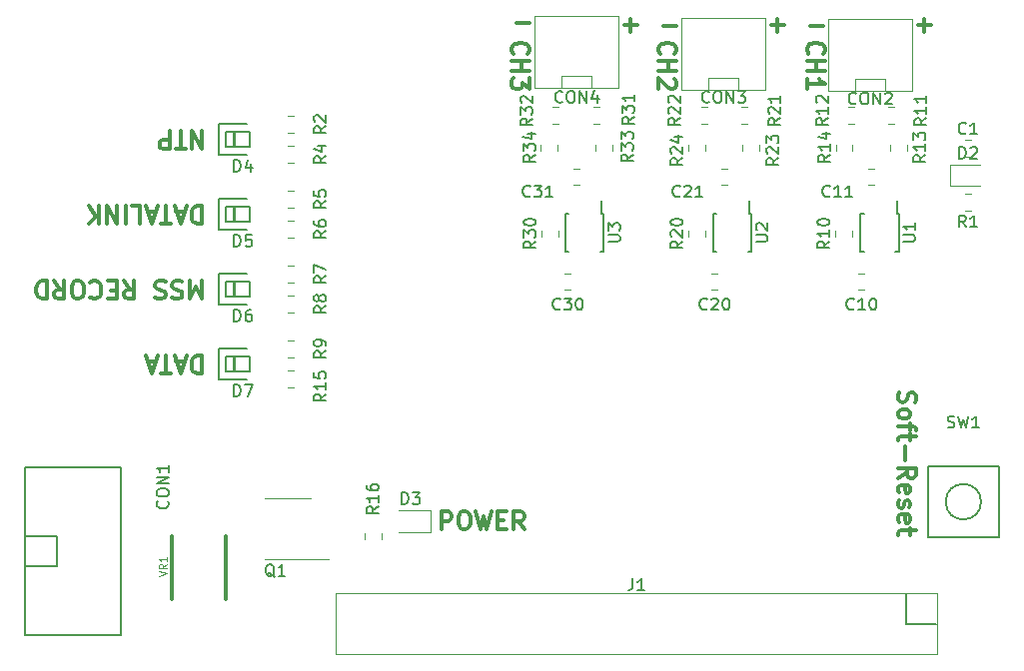
<source format=gto>
G04 #@! TF.GenerationSoftware,KiCad,Pcbnew,5.1.6-c6e7f7d~87~ubuntu18.04.1*
G04 #@! TF.CreationDate,2021-04-28T11:05:25+02:00*
G04 #@! TF.ProjectId,MSS,4d53532e-6b69-4636-9164-5f7063625858,2.0*
G04 #@! TF.SameCoordinates,Original*
G04 #@! TF.FileFunction,Legend,Top*
G04 #@! TF.FilePolarity,Positive*
%FSLAX46Y46*%
G04 Gerber Fmt 4.6, Leading zero omitted, Abs format (unit mm)*
G04 Created by KiCad (PCBNEW 5.1.6-c6e7f7d~87~ubuntu18.04.1) date 2021-04-28 11:05:25*
%MOMM*%
%LPD*%
G01*
G04 APERTURE LIST*
%ADD10C,0.300000*%
%ADD11C,0.150000*%
%ADD12C,0.120000*%
%ADD13C,0.125000*%
G04 APERTURE END LIST*
D10*
X115966714Y-104493571D02*
X115966714Y-102993571D01*
X116538142Y-102993571D01*
X116681000Y-103065000D01*
X116752428Y-103136428D01*
X116823857Y-103279285D01*
X116823857Y-103493571D01*
X116752428Y-103636428D01*
X116681000Y-103707857D01*
X116538142Y-103779285D01*
X115966714Y-103779285D01*
X117752428Y-102993571D02*
X118038142Y-102993571D01*
X118181000Y-103065000D01*
X118323857Y-103207857D01*
X118395285Y-103493571D01*
X118395285Y-103993571D01*
X118323857Y-104279285D01*
X118181000Y-104422142D01*
X118038142Y-104493571D01*
X117752428Y-104493571D01*
X117609571Y-104422142D01*
X117466714Y-104279285D01*
X117395285Y-103993571D01*
X117395285Y-103493571D01*
X117466714Y-103207857D01*
X117609571Y-103065000D01*
X117752428Y-102993571D01*
X118895285Y-102993571D02*
X119252428Y-104493571D01*
X119538142Y-103422142D01*
X119823857Y-104493571D01*
X120181000Y-102993571D01*
X120752428Y-103707857D02*
X121252428Y-103707857D01*
X121466714Y-104493571D02*
X120752428Y-104493571D01*
X120752428Y-102993571D01*
X121466714Y-102993571D01*
X122966714Y-104493571D02*
X122466714Y-103779285D01*
X122109571Y-104493571D02*
X122109571Y-102993571D01*
X122681000Y-102993571D01*
X122823857Y-103065000D01*
X122895285Y-103136428D01*
X122966714Y-103279285D01*
X122966714Y-103493571D01*
X122895285Y-103636428D01*
X122823857Y-103707857D01*
X122681000Y-103779285D01*
X122109571Y-103779285D01*
X95637857Y-89801428D02*
X95637857Y-91301428D01*
X95280714Y-91301428D01*
X95066428Y-91230000D01*
X94923571Y-91087142D01*
X94852142Y-90944285D01*
X94780714Y-90658571D01*
X94780714Y-90444285D01*
X94852142Y-90158571D01*
X94923571Y-90015714D01*
X95066428Y-89872857D01*
X95280714Y-89801428D01*
X95637857Y-89801428D01*
X94209285Y-90230000D02*
X93495000Y-90230000D01*
X94352142Y-89801428D02*
X93852142Y-91301428D01*
X93352142Y-89801428D01*
X93066428Y-91301428D02*
X92209285Y-91301428D01*
X92637857Y-89801428D02*
X92637857Y-91301428D01*
X91780714Y-90230000D02*
X91066428Y-90230000D01*
X91923571Y-89801428D02*
X91423571Y-91301428D01*
X90923571Y-89801428D01*
X95637857Y-83451428D02*
X95637857Y-84951428D01*
X95137857Y-83880000D01*
X94637857Y-84951428D01*
X94637857Y-83451428D01*
X93995000Y-83522857D02*
X93780714Y-83451428D01*
X93423571Y-83451428D01*
X93280714Y-83522857D01*
X93209285Y-83594285D01*
X93137857Y-83737142D01*
X93137857Y-83880000D01*
X93209285Y-84022857D01*
X93280714Y-84094285D01*
X93423571Y-84165714D01*
X93709285Y-84237142D01*
X93852142Y-84308571D01*
X93923571Y-84380000D01*
X93995000Y-84522857D01*
X93995000Y-84665714D01*
X93923571Y-84808571D01*
X93852142Y-84880000D01*
X93709285Y-84951428D01*
X93352142Y-84951428D01*
X93137857Y-84880000D01*
X92566428Y-83522857D02*
X92352142Y-83451428D01*
X91995000Y-83451428D01*
X91852142Y-83522857D01*
X91780714Y-83594285D01*
X91709285Y-83737142D01*
X91709285Y-83880000D01*
X91780714Y-84022857D01*
X91852142Y-84094285D01*
X91995000Y-84165714D01*
X92280714Y-84237142D01*
X92423571Y-84308571D01*
X92495000Y-84380000D01*
X92566428Y-84522857D01*
X92566428Y-84665714D01*
X92495000Y-84808571D01*
X92423571Y-84880000D01*
X92280714Y-84951428D01*
X91923571Y-84951428D01*
X91709285Y-84880000D01*
X89066428Y-83451428D02*
X89566428Y-84165714D01*
X89923571Y-83451428D02*
X89923571Y-84951428D01*
X89352142Y-84951428D01*
X89209285Y-84880000D01*
X89137857Y-84808571D01*
X89066428Y-84665714D01*
X89066428Y-84451428D01*
X89137857Y-84308571D01*
X89209285Y-84237142D01*
X89352142Y-84165714D01*
X89923571Y-84165714D01*
X88423571Y-84237142D02*
X87923571Y-84237142D01*
X87709285Y-83451428D02*
X88423571Y-83451428D01*
X88423571Y-84951428D01*
X87709285Y-84951428D01*
X86209285Y-83594285D02*
X86280714Y-83522857D01*
X86495000Y-83451428D01*
X86637857Y-83451428D01*
X86852142Y-83522857D01*
X86995000Y-83665714D01*
X87066428Y-83808571D01*
X87137857Y-84094285D01*
X87137857Y-84308571D01*
X87066428Y-84594285D01*
X86995000Y-84737142D01*
X86852142Y-84880000D01*
X86637857Y-84951428D01*
X86495000Y-84951428D01*
X86280714Y-84880000D01*
X86209285Y-84808571D01*
X85280714Y-84951428D02*
X84995000Y-84951428D01*
X84852142Y-84880000D01*
X84709285Y-84737142D01*
X84637857Y-84451428D01*
X84637857Y-83951428D01*
X84709285Y-83665714D01*
X84852142Y-83522857D01*
X84995000Y-83451428D01*
X85280714Y-83451428D01*
X85423571Y-83522857D01*
X85566428Y-83665714D01*
X85637857Y-83951428D01*
X85637857Y-84451428D01*
X85566428Y-84737142D01*
X85423571Y-84880000D01*
X85280714Y-84951428D01*
X83137857Y-83451428D02*
X83637857Y-84165714D01*
X83995000Y-83451428D02*
X83995000Y-84951428D01*
X83423571Y-84951428D01*
X83280714Y-84880000D01*
X83209285Y-84808571D01*
X83137857Y-84665714D01*
X83137857Y-84451428D01*
X83209285Y-84308571D01*
X83280714Y-84237142D01*
X83423571Y-84165714D01*
X83995000Y-84165714D01*
X82495000Y-83451428D02*
X82495000Y-84951428D01*
X82137857Y-84951428D01*
X81923571Y-84880000D01*
X81780714Y-84737142D01*
X81709285Y-84594285D01*
X81637857Y-84308571D01*
X81637857Y-84094285D01*
X81709285Y-83808571D01*
X81780714Y-83665714D01*
X81923571Y-83522857D01*
X82137857Y-83451428D01*
X82495000Y-83451428D01*
X95637857Y-77101428D02*
X95637857Y-78601428D01*
X95280714Y-78601428D01*
X95066428Y-78530000D01*
X94923571Y-78387142D01*
X94852142Y-78244285D01*
X94780714Y-77958571D01*
X94780714Y-77744285D01*
X94852142Y-77458571D01*
X94923571Y-77315714D01*
X95066428Y-77172857D01*
X95280714Y-77101428D01*
X95637857Y-77101428D01*
X94209285Y-77530000D02*
X93495000Y-77530000D01*
X94352142Y-77101428D02*
X93852142Y-78601428D01*
X93352142Y-77101428D01*
X93066428Y-78601428D02*
X92209285Y-78601428D01*
X92637857Y-77101428D02*
X92637857Y-78601428D01*
X91780714Y-77530000D02*
X91066428Y-77530000D01*
X91923571Y-77101428D02*
X91423571Y-78601428D01*
X90923571Y-77101428D01*
X89709285Y-77101428D02*
X90423571Y-77101428D01*
X90423571Y-78601428D01*
X89209285Y-77101428D02*
X89209285Y-78601428D01*
X88495000Y-77101428D02*
X88495000Y-78601428D01*
X87637857Y-77101428D01*
X87637857Y-78601428D01*
X86923571Y-77101428D02*
X86923571Y-78601428D01*
X86066428Y-77101428D02*
X86709285Y-77958571D01*
X86066428Y-78601428D02*
X86923571Y-77744285D01*
X95637857Y-70751428D02*
X95637857Y-72251428D01*
X94780714Y-70751428D01*
X94780714Y-72251428D01*
X94280714Y-72251428D02*
X93423571Y-72251428D01*
X93852142Y-70751428D02*
X93852142Y-72251428D01*
X92923571Y-70751428D02*
X92923571Y-72251428D01*
X92352142Y-72251428D01*
X92209285Y-72180000D01*
X92137857Y-72108571D01*
X92066428Y-71965714D01*
X92066428Y-71751428D01*
X92137857Y-71608571D01*
X92209285Y-71537142D01*
X92352142Y-71465714D01*
X92923571Y-71465714D01*
X154764857Y-92897714D02*
X154693428Y-93112000D01*
X154693428Y-93469142D01*
X154764857Y-93612000D01*
X154836285Y-93683428D01*
X154979142Y-93754857D01*
X155122000Y-93754857D01*
X155264857Y-93683428D01*
X155336285Y-93612000D01*
X155407714Y-93469142D01*
X155479142Y-93183428D01*
X155550571Y-93040571D01*
X155622000Y-92969142D01*
X155764857Y-92897714D01*
X155907714Y-92897714D01*
X156050571Y-92969142D01*
X156122000Y-93040571D01*
X156193428Y-93183428D01*
X156193428Y-93540571D01*
X156122000Y-93754857D01*
X154693428Y-94612000D02*
X154764857Y-94469142D01*
X154836285Y-94397714D01*
X154979142Y-94326285D01*
X155407714Y-94326285D01*
X155550571Y-94397714D01*
X155622000Y-94469142D01*
X155693428Y-94612000D01*
X155693428Y-94826285D01*
X155622000Y-94969142D01*
X155550571Y-95040571D01*
X155407714Y-95112000D01*
X154979142Y-95112000D01*
X154836285Y-95040571D01*
X154764857Y-94969142D01*
X154693428Y-94826285D01*
X154693428Y-94612000D01*
X155693428Y-95540571D02*
X155693428Y-96112000D01*
X154693428Y-95754857D02*
X155979142Y-95754857D01*
X156122000Y-95826285D01*
X156193428Y-95969142D01*
X156193428Y-96112000D01*
X155693428Y-96397714D02*
X155693428Y-96969142D01*
X156193428Y-96612000D02*
X154907714Y-96612000D01*
X154764857Y-96683428D01*
X154693428Y-96826285D01*
X154693428Y-96969142D01*
X155264857Y-97469142D02*
X155264857Y-98612000D01*
X154693428Y-100183428D02*
X155407714Y-99683428D01*
X154693428Y-99326285D02*
X156193428Y-99326285D01*
X156193428Y-99897714D01*
X156122000Y-100040571D01*
X156050571Y-100112000D01*
X155907714Y-100183428D01*
X155693428Y-100183428D01*
X155550571Y-100112000D01*
X155479142Y-100040571D01*
X155407714Y-99897714D01*
X155407714Y-99326285D01*
X154764857Y-101397714D02*
X154693428Y-101254857D01*
X154693428Y-100969142D01*
X154764857Y-100826285D01*
X154907714Y-100754857D01*
X155479142Y-100754857D01*
X155622000Y-100826285D01*
X155693428Y-100969142D01*
X155693428Y-101254857D01*
X155622000Y-101397714D01*
X155479142Y-101469142D01*
X155336285Y-101469142D01*
X155193428Y-100754857D01*
X154764857Y-102040571D02*
X154693428Y-102183428D01*
X154693428Y-102469142D01*
X154764857Y-102612000D01*
X154907714Y-102683428D01*
X154979142Y-102683428D01*
X155122000Y-102612000D01*
X155193428Y-102469142D01*
X155193428Y-102254857D01*
X155264857Y-102112000D01*
X155407714Y-102040571D01*
X155479142Y-102040571D01*
X155622000Y-102112000D01*
X155693428Y-102254857D01*
X155693428Y-102469142D01*
X155622000Y-102612000D01*
X154764857Y-103897714D02*
X154693428Y-103754857D01*
X154693428Y-103469142D01*
X154764857Y-103326285D01*
X154907714Y-103254857D01*
X155479142Y-103254857D01*
X155622000Y-103326285D01*
X155693428Y-103469142D01*
X155693428Y-103754857D01*
X155622000Y-103897714D01*
X155479142Y-103969142D01*
X155336285Y-103969142D01*
X155193428Y-103254857D01*
X155693428Y-104397714D02*
X155693428Y-104969142D01*
X156193428Y-104612000D02*
X154907714Y-104612000D01*
X154764857Y-104683428D01*
X154693428Y-104826285D01*
X154693428Y-104969142D01*
X122070285Y-64171285D02*
X121998857Y-64099857D01*
X121927428Y-63885571D01*
X121927428Y-63742714D01*
X121998857Y-63528428D01*
X122141714Y-63385571D01*
X122284571Y-63314142D01*
X122570285Y-63242714D01*
X122784571Y-63242714D01*
X123070285Y-63314142D01*
X123213142Y-63385571D01*
X123356000Y-63528428D01*
X123427428Y-63742714D01*
X123427428Y-63885571D01*
X123356000Y-64099857D01*
X123284571Y-64171285D01*
X121927428Y-64814142D02*
X123427428Y-64814142D01*
X122713142Y-64814142D02*
X122713142Y-65671285D01*
X121927428Y-65671285D02*
X123427428Y-65671285D01*
X123427428Y-66242714D02*
X123427428Y-67171285D01*
X122856000Y-66671285D01*
X122856000Y-66885571D01*
X122784571Y-67028428D01*
X122713142Y-67099857D01*
X122570285Y-67171285D01*
X122213142Y-67171285D01*
X122070285Y-67099857D01*
X121998857Y-67028428D01*
X121927428Y-66885571D01*
X121927428Y-66457000D01*
X121998857Y-66314142D01*
X122070285Y-66242714D01*
X134516285Y-64171285D02*
X134444857Y-64099857D01*
X134373428Y-63885571D01*
X134373428Y-63742714D01*
X134444857Y-63528428D01*
X134587714Y-63385571D01*
X134730571Y-63314142D01*
X135016285Y-63242714D01*
X135230571Y-63242714D01*
X135516285Y-63314142D01*
X135659142Y-63385571D01*
X135802000Y-63528428D01*
X135873428Y-63742714D01*
X135873428Y-63885571D01*
X135802000Y-64099857D01*
X135730571Y-64171285D01*
X134373428Y-64814142D02*
X135873428Y-64814142D01*
X135159142Y-64814142D02*
X135159142Y-65671285D01*
X134373428Y-65671285D02*
X135873428Y-65671285D01*
X135730571Y-66314142D02*
X135802000Y-66385571D01*
X135873428Y-66528428D01*
X135873428Y-66885571D01*
X135802000Y-67028428D01*
X135730571Y-67099857D01*
X135587714Y-67171285D01*
X135444857Y-67171285D01*
X135230571Y-67099857D01*
X134373428Y-66242714D01*
X134373428Y-67171285D01*
X147089285Y-64171285D02*
X147017857Y-64099857D01*
X146946428Y-63885571D01*
X146946428Y-63742714D01*
X147017857Y-63528428D01*
X147160714Y-63385571D01*
X147303571Y-63314142D01*
X147589285Y-63242714D01*
X147803571Y-63242714D01*
X148089285Y-63314142D01*
X148232142Y-63385571D01*
X148375000Y-63528428D01*
X148446428Y-63742714D01*
X148446428Y-63885571D01*
X148375000Y-64099857D01*
X148303571Y-64171285D01*
X146946428Y-64814142D02*
X148446428Y-64814142D01*
X147732142Y-64814142D02*
X147732142Y-65671285D01*
X146946428Y-65671285D02*
X148446428Y-65671285D01*
X146946428Y-67171285D02*
X146946428Y-66314142D01*
X146946428Y-66742714D02*
X148446428Y-66742714D01*
X148232142Y-66599857D01*
X148089285Y-66457000D01*
X148017857Y-66314142D01*
X123431428Y-61543857D02*
X122288571Y-61543857D01*
X135877428Y-61783857D02*
X134734571Y-61783857D01*
X148323428Y-61783857D02*
X147180571Y-61783857D01*
X156324571Y-61758142D02*
X157467428Y-61758142D01*
X156896000Y-62329571D02*
X156896000Y-61186714D01*
X143878571Y-61758142D02*
X145021428Y-61758142D01*
X144450000Y-62329571D02*
X144450000Y-61186714D01*
X131432571Y-61758142D02*
X132575428Y-61758142D01*
X132004000Y-62329571D02*
X132004000Y-61186714D01*
X97714000Y-110419000D02*
X97714000Y-105085000D01*
X93142000Y-110419000D02*
X93142000Y-105085000D01*
D11*
X161698000Y-102164000D02*
G75*
G03*
X161698000Y-102164000I-1500000J0D01*
G01*
X163198000Y-99164000D02*
X163198000Y-105164000D01*
X163198000Y-105164000D02*
X157198000Y-105164000D01*
X157198000Y-105164000D02*
X157198000Y-99164000D01*
X157198000Y-99164000D02*
X163198000Y-99164000D01*
X97130000Y-85430000D02*
X99430000Y-85430000D01*
X97130000Y-82830000D02*
X97130000Y-85430000D01*
X99430000Y-82830000D02*
X97130000Y-82830000D01*
X97730000Y-83480000D02*
X99730000Y-83480000D01*
X99730000Y-83480000D02*
X99730000Y-84780000D01*
X97730000Y-84780000D02*
X99730000Y-84780000D01*
X97730000Y-83480000D02*
X97730000Y-84780000D01*
X98330000Y-83480000D02*
X98330000Y-84780000D01*
X98430000Y-83480000D02*
X98430000Y-84780000D01*
X97130000Y-72730000D02*
X99430000Y-72730000D01*
X97130000Y-70130000D02*
X97130000Y-72730000D01*
X99430000Y-70130000D02*
X97130000Y-70130000D01*
X97730000Y-70780000D02*
X99730000Y-70780000D01*
X99730000Y-70780000D02*
X99730000Y-72080000D01*
X97730000Y-72080000D02*
X99730000Y-72080000D01*
X97730000Y-70780000D02*
X97730000Y-72080000D01*
X98330000Y-70780000D02*
X98330000Y-72080000D01*
X98430000Y-70780000D02*
X98430000Y-72080000D01*
X97130000Y-79080000D02*
X99430000Y-79080000D01*
X97130000Y-76480000D02*
X97130000Y-79080000D01*
X99430000Y-76480000D02*
X97130000Y-76480000D01*
X97730000Y-77130000D02*
X99730000Y-77130000D01*
X99730000Y-77130000D02*
X99730000Y-78430000D01*
X97730000Y-78430000D02*
X99730000Y-78430000D01*
X97730000Y-77130000D02*
X97730000Y-78430000D01*
X98330000Y-77130000D02*
X98330000Y-78430000D01*
X98430000Y-77130000D02*
X98430000Y-78430000D01*
X97130000Y-91780000D02*
X99430000Y-91780000D01*
X97130000Y-89180000D02*
X97130000Y-91780000D01*
X99430000Y-89180000D02*
X97130000Y-89180000D01*
X97730000Y-89830000D02*
X99730000Y-89830000D01*
X99730000Y-89830000D02*
X99730000Y-91130000D01*
X97730000Y-91130000D02*
X99730000Y-91130000D01*
X97730000Y-89830000D02*
X97730000Y-91130000D01*
X98330000Y-89830000D02*
X98330000Y-91130000D01*
X98430000Y-89830000D02*
X98430000Y-91130000D01*
X88828000Y-113465000D02*
X88828000Y-99245000D01*
X88828000Y-113465000D02*
X80698000Y-113465000D01*
X88828000Y-99245000D02*
X80698000Y-99245000D01*
X80696000Y-113465000D02*
X80696000Y-99245000D01*
X83348000Y-107625000D02*
X83348000Y-105085000D01*
X83348000Y-107625000D02*
X80696000Y-107625000D01*
X83348000Y-105085000D02*
X80696000Y-105085000D01*
D12*
X155880000Y-61270000D02*
X148768000Y-61270000D01*
X153594000Y-67366000D02*
X153594000Y-66350000D01*
X155880000Y-67366000D02*
X155880000Y-61270000D01*
X148768000Y-67366000D02*
X155880000Y-67366000D01*
X148768000Y-61270000D02*
X148768000Y-67366000D01*
X151054000Y-66350000D02*
X151054000Y-67366000D01*
X153594000Y-66350000D02*
X151054000Y-66350000D01*
X143434000Y-61143000D02*
X136322000Y-61143000D01*
X141148000Y-67239000D02*
X141148000Y-66223000D01*
X143434000Y-67239000D02*
X143434000Y-61143000D01*
X136322000Y-67239000D02*
X143434000Y-67239000D01*
X136322000Y-61143000D02*
X136322000Y-67239000D01*
X138608000Y-66223000D02*
X138608000Y-67239000D01*
X141148000Y-66223000D02*
X138608000Y-66223000D01*
X130988000Y-61016000D02*
X123876000Y-61016000D01*
X128702000Y-67112000D02*
X128702000Y-66096000D01*
X130988000Y-67112000D02*
X130988000Y-61016000D01*
X123876000Y-67112000D02*
X130988000Y-67112000D01*
X123876000Y-61016000D02*
X123876000Y-67112000D01*
X126162000Y-66096000D02*
X126162000Y-67112000D01*
X128702000Y-66096000D02*
X126162000Y-66096000D01*
X160320422Y-71482000D02*
X160837578Y-71482000D01*
X160320422Y-72902000D02*
X160837578Y-72902000D01*
X151303422Y-82785000D02*
X151820578Y-82785000D01*
X151303422Y-84205000D02*
X151820578Y-84205000D01*
X152663578Y-75324000D02*
X152146422Y-75324000D01*
X152663578Y-73904000D02*
X152146422Y-73904000D01*
X138857422Y-82785000D02*
X139374578Y-82785000D01*
X138857422Y-84205000D02*
X139374578Y-84205000D01*
X140163578Y-75324000D02*
X139646422Y-75324000D01*
X140163578Y-73904000D02*
X139646422Y-73904000D01*
X126411422Y-82785000D02*
X126928578Y-82785000D01*
X126411422Y-84205000D02*
X126928578Y-84205000D01*
X127663578Y-75324000D02*
X127146422Y-75324000D01*
X127663578Y-73904000D02*
X127146422Y-73904000D01*
X160837578Y-77474000D02*
X160320422Y-77474000D01*
X160837578Y-76054000D02*
X160320422Y-76054000D01*
X149328000Y-79689578D02*
X149328000Y-79172422D01*
X150748000Y-79689578D02*
X150748000Y-79172422D01*
X153843422Y-68688000D02*
X154360578Y-68688000D01*
X153843422Y-70108000D02*
X154360578Y-70108000D01*
X150931578Y-70108000D02*
X150414422Y-70108000D01*
X150931578Y-68688000D02*
X150414422Y-68688000D01*
X153995000Y-72372578D02*
X153995000Y-71855422D01*
X155415000Y-72372578D02*
X155415000Y-71855422D01*
X149395000Y-72372578D02*
X149395000Y-71855422D01*
X150815000Y-72372578D02*
X150815000Y-71855422D01*
X136882000Y-79689578D02*
X136882000Y-79172422D01*
X138302000Y-79689578D02*
X138302000Y-79172422D01*
X141397422Y-68688000D02*
X141914578Y-68688000D01*
X141397422Y-70108000D02*
X141914578Y-70108000D01*
X138485578Y-70108000D02*
X137968422Y-70108000D01*
X138485578Y-68688000D02*
X137968422Y-68688000D01*
X141495000Y-72372578D02*
X141495000Y-71855422D01*
X142915000Y-72372578D02*
X142915000Y-71855422D01*
X136895000Y-72372578D02*
X136895000Y-71855422D01*
X138315000Y-72372578D02*
X138315000Y-71855422D01*
X124436000Y-79689578D02*
X124436000Y-79172422D01*
X125856000Y-79689578D02*
X125856000Y-79172422D01*
X128824422Y-68704000D02*
X129341578Y-68704000D01*
X128824422Y-70124000D02*
X129341578Y-70124000D01*
X125912578Y-70124000D02*
X125395422Y-70124000D01*
X125912578Y-68704000D02*
X125395422Y-68704000D01*
X128995000Y-72372578D02*
X128995000Y-71855422D01*
X130415000Y-72372578D02*
X130415000Y-71855422D01*
X124395000Y-72372578D02*
X124395000Y-71855422D01*
X125815000Y-72372578D02*
X125815000Y-71855422D01*
X103433578Y-83570000D02*
X102916422Y-83570000D01*
X103433578Y-82150000D02*
X102916422Y-82150000D01*
X103433578Y-86110000D02*
X102916422Y-86110000D01*
X103433578Y-84690000D02*
X102916422Y-84690000D01*
X103433578Y-70870000D02*
X102916422Y-70870000D01*
X103433578Y-69450000D02*
X102916422Y-69450000D01*
X103433578Y-73410000D02*
X102916422Y-73410000D01*
X103433578Y-71990000D02*
X102916422Y-71990000D01*
X103433578Y-77220000D02*
X102916422Y-77220000D01*
X103433578Y-75800000D02*
X102916422Y-75800000D01*
X103433578Y-79760000D02*
X102916422Y-79760000D01*
X103433578Y-78340000D02*
X102916422Y-78340000D01*
X103433578Y-89920000D02*
X102916422Y-89920000D01*
X103433578Y-88500000D02*
X102916422Y-88500000D01*
X103433578Y-92460000D02*
X102916422Y-92460000D01*
X103433578Y-91040000D02*
X102916422Y-91040000D01*
X112335000Y-104775000D02*
X115020000Y-104775000D01*
X115020000Y-104775000D02*
X115020000Y-102855000D01*
X115020000Y-102855000D02*
X112335000Y-102855000D01*
X110870000Y-104826422D02*
X110870000Y-105343578D01*
X109450000Y-104826422D02*
X109450000Y-105343578D01*
X107040000Y-109880000D02*
X157960000Y-109900000D01*
X157960000Y-109900000D02*
X157960000Y-115100000D01*
X157960000Y-115100000D02*
X107040000Y-115100000D01*
X107040000Y-115100000D02*
X107040000Y-109890000D01*
D11*
X157870000Y-112530000D02*
X155370000Y-112530000D01*
X155370000Y-112530000D02*
X155370000Y-109930000D01*
X154555000Y-77724000D02*
X154555000Y-76649000D01*
X151480000Y-77724000D02*
X151480000Y-80974000D01*
X154730000Y-77724000D02*
X154730000Y-80974000D01*
X151480000Y-77724000D02*
X151755000Y-77724000D01*
X151480000Y-80974000D02*
X151755000Y-80974000D01*
X154730000Y-80974000D02*
X154455000Y-80974000D01*
X154730000Y-77724000D02*
X154555000Y-77724000D01*
X142055000Y-77724000D02*
X142055000Y-76649000D01*
X138980000Y-77724000D02*
X138980000Y-80974000D01*
X142230000Y-77724000D02*
X142230000Y-80974000D01*
X138980000Y-77724000D02*
X139255000Y-77724000D01*
X138980000Y-80974000D02*
X139255000Y-80974000D01*
X142230000Y-80974000D02*
X141955000Y-80974000D01*
X142230000Y-77724000D02*
X142055000Y-77724000D01*
X129730000Y-77724000D02*
X129555000Y-77724000D01*
X129730000Y-80974000D02*
X129455000Y-80974000D01*
X126480000Y-80974000D02*
X126755000Y-80974000D01*
X126480000Y-77724000D02*
X126755000Y-77724000D01*
X129730000Y-77724000D02*
X129730000Y-80974000D01*
X126480000Y-77724000D02*
X126480000Y-80974000D01*
X129555000Y-77724000D02*
X129555000Y-76649000D01*
D12*
X102921000Y-101890000D02*
X100971000Y-101890000D01*
X102921000Y-101890000D02*
X104871000Y-101890000D01*
X102921000Y-107010000D02*
X100971000Y-107010000D01*
X102921000Y-107010000D02*
X106371000Y-107010000D01*
X159079000Y-73628000D02*
X159079000Y-75328000D01*
X159079000Y-75328000D02*
X161629000Y-75328000D01*
X159079000Y-73628000D02*
X161629000Y-73628000D01*
D13*
X92024047Y-108476190D02*
X92674047Y-108259523D01*
X92024047Y-108042857D01*
X92674047Y-107454761D02*
X92364523Y-107671428D01*
X92674047Y-107826190D02*
X92024047Y-107826190D01*
X92024047Y-107578571D01*
X92055000Y-107516666D01*
X92085952Y-107485714D01*
X92147857Y-107454761D01*
X92240714Y-107454761D01*
X92302619Y-107485714D01*
X92333571Y-107516666D01*
X92364523Y-107578571D01*
X92364523Y-107826190D01*
X92674047Y-106835714D02*
X92674047Y-107207142D01*
X92674047Y-107021428D02*
X92024047Y-107021428D01*
X92116904Y-107083333D01*
X92178809Y-107145238D01*
X92209761Y-107207142D01*
D11*
X158864666Y-95837761D02*
X159007523Y-95885380D01*
X159245619Y-95885380D01*
X159340857Y-95837761D01*
X159388476Y-95790142D01*
X159436095Y-95694904D01*
X159436095Y-95599666D01*
X159388476Y-95504428D01*
X159340857Y-95456809D01*
X159245619Y-95409190D01*
X159055142Y-95361571D01*
X158959904Y-95313952D01*
X158912285Y-95266333D01*
X158864666Y-95171095D01*
X158864666Y-95075857D01*
X158912285Y-94980619D01*
X158959904Y-94933000D01*
X159055142Y-94885380D01*
X159293238Y-94885380D01*
X159436095Y-94933000D01*
X159769428Y-94885380D02*
X160007523Y-95885380D01*
X160198000Y-95171095D01*
X160388476Y-95885380D01*
X160626571Y-94885380D01*
X161531333Y-95885380D02*
X160959904Y-95885380D01*
X161245619Y-95885380D02*
X161245619Y-94885380D01*
X161150380Y-95028238D01*
X161055142Y-95123476D01*
X160959904Y-95171095D01*
X98391904Y-86882380D02*
X98391904Y-85882380D01*
X98630000Y-85882380D01*
X98772857Y-85930000D01*
X98868095Y-86025238D01*
X98915714Y-86120476D01*
X98963333Y-86310952D01*
X98963333Y-86453809D01*
X98915714Y-86644285D01*
X98868095Y-86739523D01*
X98772857Y-86834761D01*
X98630000Y-86882380D01*
X98391904Y-86882380D01*
X99820476Y-85882380D02*
X99630000Y-85882380D01*
X99534761Y-85930000D01*
X99487142Y-85977619D01*
X99391904Y-86120476D01*
X99344285Y-86310952D01*
X99344285Y-86691904D01*
X99391904Y-86787142D01*
X99439523Y-86834761D01*
X99534761Y-86882380D01*
X99725238Y-86882380D01*
X99820476Y-86834761D01*
X99868095Y-86787142D01*
X99915714Y-86691904D01*
X99915714Y-86453809D01*
X99868095Y-86358571D01*
X99820476Y-86310952D01*
X99725238Y-86263333D01*
X99534761Y-86263333D01*
X99439523Y-86310952D01*
X99391904Y-86358571D01*
X99344285Y-86453809D01*
X98391904Y-74182380D02*
X98391904Y-73182380D01*
X98630000Y-73182380D01*
X98772857Y-73230000D01*
X98868095Y-73325238D01*
X98915714Y-73420476D01*
X98963333Y-73610952D01*
X98963333Y-73753809D01*
X98915714Y-73944285D01*
X98868095Y-74039523D01*
X98772857Y-74134761D01*
X98630000Y-74182380D01*
X98391904Y-74182380D01*
X99820476Y-73515714D02*
X99820476Y-74182380D01*
X99582380Y-73134761D02*
X99344285Y-73849047D01*
X99963333Y-73849047D01*
X98391904Y-80532380D02*
X98391904Y-79532380D01*
X98630000Y-79532380D01*
X98772857Y-79580000D01*
X98868095Y-79675238D01*
X98915714Y-79770476D01*
X98963333Y-79960952D01*
X98963333Y-80103809D01*
X98915714Y-80294285D01*
X98868095Y-80389523D01*
X98772857Y-80484761D01*
X98630000Y-80532380D01*
X98391904Y-80532380D01*
X99868095Y-79532380D02*
X99391904Y-79532380D01*
X99344285Y-80008571D01*
X99391904Y-79960952D01*
X99487142Y-79913333D01*
X99725238Y-79913333D01*
X99820476Y-79960952D01*
X99868095Y-80008571D01*
X99915714Y-80103809D01*
X99915714Y-80341904D01*
X99868095Y-80437142D01*
X99820476Y-80484761D01*
X99725238Y-80532380D01*
X99487142Y-80532380D01*
X99391904Y-80484761D01*
X99344285Y-80437142D01*
X98391904Y-93232380D02*
X98391904Y-92232380D01*
X98630000Y-92232380D01*
X98772857Y-92280000D01*
X98868095Y-92375238D01*
X98915714Y-92470476D01*
X98963333Y-92660952D01*
X98963333Y-92803809D01*
X98915714Y-92994285D01*
X98868095Y-93089523D01*
X98772857Y-93184761D01*
X98630000Y-93232380D01*
X98391904Y-93232380D01*
X99296666Y-92232380D02*
X99963333Y-92232380D01*
X99534761Y-93232380D01*
X92737142Y-102108285D02*
X92784761Y-102155904D01*
X92832380Y-102298761D01*
X92832380Y-102394000D01*
X92784761Y-102536857D01*
X92689523Y-102632095D01*
X92594285Y-102679714D01*
X92403809Y-102727333D01*
X92260952Y-102727333D01*
X92070476Y-102679714D01*
X91975238Y-102632095D01*
X91880000Y-102536857D01*
X91832380Y-102394000D01*
X91832380Y-102298761D01*
X91880000Y-102155904D01*
X91927619Y-102108285D01*
X91832380Y-101489238D02*
X91832380Y-101298761D01*
X91880000Y-101203523D01*
X91975238Y-101108285D01*
X92165714Y-101060666D01*
X92499047Y-101060666D01*
X92689523Y-101108285D01*
X92784761Y-101203523D01*
X92832380Y-101298761D01*
X92832380Y-101489238D01*
X92784761Y-101584476D01*
X92689523Y-101679714D01*
X92499047Y-101727333D01*
X92165714Y-101727333D01*
X91975238Y-101679714D01*
X91880000Y-101584476D01*
X91832380Y-101489238D01*
X92832380Y-100632095D02*
X91832380Y-100632095D01*
X92832380Y-100060666D01*
X91832380Y-100060666D01*
X92832380Y-99060666D02*
X92832380Y-99632095D01*
X92832380Y-99346380D02*
X91832380Y-99346380D01*
X91975238Y-99441619D01*
X92070476Y-99536857D01*
X92118095Y-99632095D01*
X151109714Y-68358142D02*
X151062095Y-68405761D01*
X150919238Y-68453380D01*
X150824000Y-68453380D01*
X150681142Y-68405761D01*
X150585904Y-68310523D01*
X150538285Y-68215285D01*
X150490666Y-68024809D01*
X150490666Y-67881952D01*
X150538285Y-67691476D01*
X150585904Y-67596238D01*
X150681142Y-67501000D01*
X150824000Y-67453380D01*
X150919238Y-67453380D01*
X151062095Y-67501000D01*
X151109714Y-67548619D01*
X151728761Y-67453380D02*
X151919238Y-67453380D01*
X152014476Y-67501000D01*
X152109714Y-67596238D01*
X152157333Y-67786714D01*
X152157333Y-68120047D01*
X152109714Y-68310523D01*
X152014476Y-68405761D01*
X151919238Y-68453380D01*
X151728761Y-68453380D01*
X151633523Y-68405761D01*
X151538285Y-68310523D01*
X151490666Y-68120047D01*
X151490666Y-67786714D01*
X151538285Y-67596238D01*
X151633523Y-67501000D01*
X151728761Y-67453380D01*
X152585904Y-68453380D02*
X152585904Y-67453380D01*
X153157333Y-68453380D01*
X153157333Y-67453380D01*
X153585904Y-67548619D02*
X153633523Y-67501000D01*
X153728761Y-67453380D01*
X153966857Y-67453380D01*
X154062095Y-67501000D01*
X154109714Y-67548619D01*
X154157333Y-67643857D01*
X154157333Y-67739095D01*
X154109714Y-67881952D01*
X153538285Y-68453380D01*
X154157333Y-68453380D01*
X138663714Y-68231142D02*
X138616095Y-68278761D01*
X138473238Y-68326380D01*
X138378000Y-68326380D01*
X138235142Y-68278761D01*
X138139904Y-68183523D01*
X138092285Y-68088285D01*
X138044666Y-67897809D01*
X138044666Y-67754952D01*
X138092285Y-67564476D01*
X138139904Y-67469238D01*
X138235142Y-67374000D01*
X138378000Y-67326380D01*
X138473238Y-67326380D01*
X138616095Y-67374000D01*
X138663714Y-67421619D01*
X139282761Y-67326380D02*
X139473238Y-67326380D01*
X139568476Y-67374000D01*
X139663714Y-67469238D01*
X139711333Y-67659714D01*
X139711333Y-67993047D01*
X139663714Y-68183523D01*
X139568476Y-68278761D01*
X139473238Y-68326380D01*
X139282761Y-68326380D01*
X139187523Y-68278761D01*
X139092285Y-68183523D01*
X139044666Y-67993047D01*
X139044666Y-67659714D01*
X139092285Y-67469238D01*
X139187523Y-67374000D01*
X139282761Y-67326380D01*
X140139904Y-68326380D02*
X140139904Y-67326380D01*
X140711333Y-68326380D01*
X140711333Y-67326380D01*
X141092285Y-67326380D02*
X141711333Y-67326380D01*
X141378000Y-67707333D01*
X141520857Y-67707333D01*
X141616095Y-67754952D01*
X141663714Y-67802571D01*
X141711333Y-67897809D01*
X141711333Y-68135904D01*
X141663714Y-68231142D01*
X141616095Y-68278761D01*
X141520857Y-68326380D01*
X141235142Y-68326380D01*
X141139904Y-68278761D01*
X141092285Y-68231142D01*
X126217714Y-68231142D02*
X126170095Y-68278761D01*
X126027238Y-68326380D01*
X125932000Y-68326380D01*
X125789142Y-68278761D01*
X125693904Y-68183523D01*
X125646285Y-68088285D01*
X125598666Y-67897809D01*
X125598666Y-67754952D01*
X125646285Y-67564476D01*
X125693904Y-67469238D01*
X125789142Y-67374000D01*
X125932000Y-67326380D01*
X126027238Y-67326380D01*
X126170095Y-67374000D01*
X126217714Y-67421619D01*
X126836761Y-67326380D02*
X127027238Y-67326380D01*
X127122476Y-67374000D01*
X127217714Y-67469238D01*
X127265333Y-67659714D01*
X127265333Y-67993047D01*
X127217714Y-68183523D01*
X127122476Y-68278761D01*
X127027238Y-68326380D01*
X126836761Y-68326380D01*
X126741523Y-68278761D01*
X126646285Y-68183523D01*
X126598666Y-67993047D01*
X126598666Y-67659714D01*
X126646285Y-67469238D01*
X126741523Y-67374000D01*
X126836761Y-67326380D01*
X127693904Y-68326380D02*
X127693904Y-67326380D01*
X128265333Y-68326380D01*
X128265333Y-67326380D01*
X129170095Y-67659714D02*
X129170095Y-68326380D01*
X128932000Y-67278761D02*
X128693904Y-67993047D01*
X129312952Y-67993047D01*
X160412333Y-70899142D02*
X160364714Y-70946761D01*
X160221857Y-70994380D01*
X160126619Y-70994380D01*
X159983761Y-70946761D01*
X159888523Y-70851523D01*
X159840904Y-70756285D01*
X159793285Y-70565809D01*
X159793285Y-70422952D01*
X159840904Y-70232476D01*
X159888523Y-70137238D01*
X159983761Y-70042000D01*
X160126619Y-69994380D01*
X160221857Y-69994380D01*
X160364714Y-70042000D01*
X160412333Y-70089619D01*
X161364714Y-70994380D02*
X160793285Y-70994380D01*
X161079000Y-70994380D02*
X161079000Y-69994380D01*
X160983761Y-70137238D01*
X160888523Y-70232476D01*
X160793285Y-70280095D01*
X150919142Y-85803142D02*
X150871523Y-85850761D01*
X150728666Y-85898380D01*
X150633428Y-85898380D01*
X150490571Y-85850761D01*
X150395333Y-85755523D01*
X150347714Y-85660285D01*
X150300095Y-85469809D01*
X150300095Y-85326952D01*
X150347714Y-85136476D01*
X150395333Y-85041238D01*
X150490571Y-84946000D01*
X150633428Y-84898380D01*
X150728666Y-84898380D01*
X150871523Y-84946000D01*
X150919142Y-84993619D01*
X151871523Y-85898380D02*
X151300095Y-85898380D01*
X151585809Y-85898380D02*
X151585809Y-84898380D01*
X151490571Y-85041238D01*
X151395333Y-85136476D01*
X151300095Y-85184095D01*
X152490571Y-84898380D02*
X152585809Y-84898380D01*
X152681047Y-84946000D01*
X152728666Y-84993619D01*
X152776285Y-85088857D01*
X152823904Y-85279333D01*
X152823904Y-85517428D01*
X152776285Y-85707904D01*
X152728666Y-85803142D01*
X152681047Y-85850761D01*
X152585809Y-85898380D01*
X152490571Y-85898380D01*
X152395333Y-85850761D01*
X152347714Y-85803142D01*
X152300095Y-85707904D01*
X152252476Y-85517428D01*
X152252476Y-85279333D01*
X152300095Y-85088857D01*
X152347714Y-84993619D01*
X152395333Y-84946000D01*
X152490571Y-84898380D01*
X148887142Y-76232142D02*
X148839523Y-76279761D01*
X148696666Y-76327380D01*
X148601428Y-76327380D01*
X148458571Y-76279761D01*
X148363333Y-76184523D01*
X148315714Y-76089285D01*
X148268095Y-75898809D01*
X148268095Y-75755952D01*
X148315714Y-75565476D01*
X148363333Y-75470238D01*
X148458571Y-75375000D01*
X148601428Y-75327380D01*
X148696666Y-75327380D01*
X148839523Y-75375000D01*
X148887142Y-75422619D01*
X149839523Y-76327380D02*
X149268095Y-76327380D01*
X149553809Y-76327380D02*
X149553809Y-75327380D01*
X149458571Y-75470238D01*
X149363333Y-75565476D01*
X149268095Y-75613095D01*
X150791904Y-76327380D02*
X150220476Y-76327380D01*
X150506190Y-76327380D02*
X150506190Y-75327380D01*
X150410952Y-75470238D01*
X150315714Y-75565476D01*
X150220476Y-75613095D01*
X138473142Y-85803142D02*
X138425523Y-85850761D01*
X138282666Y-85898380D01*
X138187428Y-85898380D01*
X138044571Y-85850761D01*
X137949333Y-85755523D01*
X137901714Y-85660285D01*
X137854095Y-85469809D01*
X137854095Y-85326952D01*
X137901714Y-85136476D01*
X137949333Y-85041238D01*
X138044571Y-84946000D01*
X138187428Y-84898380D01*
X138282666Y-84898380D01*
X138425523Y-84946000D01*
X138473142Y-84993619D01*
X138854095Y-84993619D02*
X138901714Y-84946000D01*
X138996952Y-84898380D01*
X139235047Y-84898380D01*
X139330285Y-84946000D01*
X139377904Y-84993619D01*
X139425523Y-85088857D01*
X139425523Y-85184095D01*
X139377904Y-85326952D01*
X138806476Y-85898380D01*
X139425523Y-85898380D01*
X140044571Y-84898380D02*
X140139809Y-84898380D01*
X140235047Y-84946000D01*
X140282666Y-84993619D01*
X140330285Y-85088857D01*
X140377904Y-85279333D01*
X140377904Y-85517428D01*
X140330285Y-85707904D01*
X140282666Y-85803142D01*
X140235047Y-85850761D01*
X140139809Y-85898380D01*
X140044571Y-85898380D01*
X139949333Y-85850761D01*
X139901714Y-85803142D01*
X139854095Y-85707904D01*
X139806476Y-85517428D01*
X139806476Y-85279333D01*
X139854095Y-85088857D01*
X139901714Y-84993619D01*
X139949333Y-84946000D01*
X140044571Y-84898380D01*
X136187142Y-76232142D02*
X136139523Y-76279761D01*
X135996666Y-76327380D01*
X135901428Y-76327380D01*
X135758571Y-76279761D01*
X135663333Y-76184523D01*
X135615714Y-76089285D01*
X135568095Y-75898809D01*
X135568095Y-75755952D01*
X135615714Y-75565476D01*
X135663333Y-75470238D01*
X135758571Y-75375000D01*
X135901428Y-75327380D01*
X135996666Y-75327380D01*
X136139523Y-75375000D01*
X136187142Y-75422619D01*
X136568095Y-75422619D02*
X136615714Y-75375000D01*
X136710952Y-75327380D01*
X136949047Y-75327380D01*
X137044285Y-75375000D01*
X137091904Y-75422619D01*
X137139523Y-75517857D01*
X137139523Y-75613095D01*
X137091904Y-75755952D01*
X136520476Y-76327380D01*
X137139523Y-76327380D01*
X138091904Y-76327380D02*
X137520476Y-76327380D01*
X137806190Y-76327380D02*
X137806190Y-75327380D01*
X137710952Y-75470238D01*
X137615714Y-75565476D01*
X137520476Y-75613095D01*
X126027142Y-85803142D02*
X125979523Y-85850761D01*
X125836666Y-85898380D01*
X125741428Y-85898380D01*
X125598571Y-85850761D01*
X125503333Y-85755523D01*
X125455714Y-85660285D01*
X125408095Y-85469809D01*
X125408095Y-85326952D01*
X125455714Y-85136476D01*
X125503333Y-85041238D01*
X125598571Y-84946000D01*
X125741428Y-84898380D01*
X125836666Y-84898380D01*
X125979523Y-84946000D01*
X126027142Y-84993619D01*
X126360476Y-84898380D02*
X126979523Y-84898380D01*
X126646190Y-85279333D01*
X126789047Y-85279333D01*
X126884285Y-85326952D01*
X126931904Y-85374571D01*
X126979523Y-85469809D01*
X126979523Y-85707904D01*
X126931904Y-85803142D01*
X126884285Y-85850761D01*
X126789047Y-85898380D01*
X126503333Y-85898380D01*
X126408095Y-85850761D01*
X126360476Y-85803142D01*
X127598571Y-84898380D02*
X127693809Y-84898380D01*
X127789047Y-84946000D01*
X127836666Y-84993619D01*
X127884285Y-85088857D01*
X127931904Y-85279333D01*
X127931904Y-85517428D01*
X127884285Y-85707904D01*
X127836666Y-85803142D01*
X127789047Y-85850761D01*
X127693809Y-85898380D01*
X127598571Y-85898380D01*
X127503333Y-85850761D01*
X127455714Y-85803142D01*
X127408095Y-85707904D01*
X127360476Y-85517428D01*
X127360476Y-85279333D01*
X127408095Y-85088857D01*
X127455714Y-84993619D01*
X127503333Y-84946000D01*
X127598571Y-84898380D01*
X123487142Y-76232142D02*
X123439523Y-76279761D01*
X123296666Y-76327380D01*
X123201428Y-76327380D01*
X123058571Y-76279761D01*
X122963333Y-76184523D01*
X122915714Y-76089285D01*
X122868095Y-75898809D01*
X122868095Y-75755952D01*
X122915714Y-75565476D01*
X122963333Y-75470238D01*
X123058571Y-75375000D01*
X123201428Y-75327380D01*
X123296666Y-75327380D01*
X123439523Y-75375000D01*
X123487142Y-75422619D01*
X123820476Y-75327380D02*
X124439523Y-75327380D01*
X124106190Y-75708333D01*
X124249047Y-75708333D01*
X124344285Y-75755952D01*
X124391904Y-75803571D01*
X124439523Y-75898809D01*
X124439523Y-76136904D01*
X124391904Y-76232142D01*
X124344285Y-76279761D01*
X124249047Y-76327380D01*
X123963333Y-76327380D01*
X123868095Y-76279761D01*
X123820476Y-76232142D01*
X125391904Y-76327380D02*
X124820476Y-76327380D01*
X125106190Y-76327380D02*
X125106190Y-75327380D01*
X125010952Y-75470238D01*
X124915714Y-75565476D01*
X124820476Y-75613095D01*
X160412333Y-78866380D02*
X160079000Y-78390190D01*
X159840904Y-78866380D02*
X159840904Y-77866380D01*
X160221857Y-77866380D01*
X160317095Y-77914000D01*
X160364714Y-77961619D01*
X160412333Y-78056857D01*
X160412333Y-78199714D01*
X160364714Y-78294952D01*
X160317095Y-78342571D01*
X160221857Y-78390190D01*
X159840904Y-78390190D01*
X161364714Y-78866380D02*
X160793285Y-78866380D01*
X161079000Y-78866380D02*
X161079000Y-77866380D01*
X160983761Y-78009238D01*
X160888523Y-78104476D01*
X160793285Y-78152095D01*
X148840380Y-80073857D02*
X148364190Y-80407190D01*
X148840380Y-80645285D02*
X147840380Y-80645285D01*
X147840380Y-80264333D01*
X147888000Y-80169095D01*
X147935619Y-80121476D01*
X148030857Y-80073857D01*
X148173714Y-80073857D01*
X148268952Y-80121476D01*
X148316571Y-80169095D01*
X148364190Y-80264333D01*
X148364190Y-80645285D01*
X148840380Y-79121476D02*
X148840380Y-79692904D01*
X148840380Y-79407190D02*
X147840380Y-79407190D01*
X147983238Y-79502428D01*
X148078476Y-79597666D01*
X148126095Y-79692904D01*
X147840380Y-78502428D02*
X147840380Y-78407190D01*
X147888000Y-78311952D01*
X147935619Y-78264333D01*
X148030857Y-78216714D01*
X148221333Y-78169095D01*
X148459428Y-78169095D01*
X148649904Y-78216714D01*
X148745142Y-78264333D01*
X148792761Y-78311952D01*
X148840380Y-78407190D01*
X148840380Y-78502428D01*
X148792761Y-78597666D01*
X148745142Y-78645285D01*
X148649904Y-78692904D01*
X148459428Y-78740523D01*
X148221333Y-78740523D01*
X148030857Y-78692904D01*
X147935619Y-78645285D01*
X147888000Y-78597666D01*
X147840380Y-78502428D01*
X157064380Y-69643857D02*
X156588190Y-69977190D01*
X157064380Y-70215285D02*
X156064380Y-70215285D01*
X156064380Y-69834333D01*
X156112000Y-69739095D01*
X156159619Y-69691476D01*
X156254857Y-69643857D01*
X156397714Y-69643857D01*
X156492952Y-69691476D01*
X156540571Y-69739095D01*
X156588190Y-69834333D01*
X156588190Y-70215285D01*
X157064380Y-68691476D02*
X157064380Y-69262904D01*
X157064380Y-68977190D02*
X156064380Y-68977190D01*
X156207238Y-69072428D01*
X156302476Y-69167666D01*
X156350095Y-69262904D01*
X157064380Y-67739095D02*
X157064380Y-68310523D01*
X157064380Y-68024809D02*
X156064380Y-68024809D01*
X156207238Y-68120047D01*
X156302476Y-68215285D01*
X156350095Y-68310523D01*
X148707380Y-69643857D02*
X148231190Y-69977190D01*
X148707380Y-70215285D02*
X147707380Y-70215285D01*
X147707380Y-69834333D01*
X147755000Y-69739095D01*
X147802619Y-69691476D01*
X147897857Y-69643857D01*
X148040714Y-69643857D01*
X148135952Y-69691476D01*
X148183571Y-69739095D01*
X148231190Y-69834333D01*
X148231190Y-70215285D01*
X148707380Y-68691476D02*
X148707380Y-69262904D01*
X148707380Y-68977190D02*
X147707380Y-68977190D01*
X147850238Y-69072428D01*
X147945476Y-69167666D01*
X147993095Y-69262904D01*
X147802619Y-68310523D02*
X147755000Y-68262904D01*
X147707380Y-68167666D01*
X147707380Y-67929571D01*
X147755000Y-67834333D01*
X147802619Y-67786714D01*
X147897857Y-67739095D01*
X147993095Y-67739095D01*
X148135952Y-67786714D01*
X148707380Y-68358142D01*
X148707380Y-67739095D01*
X156967380Y-72771357D02*
X156491190Y-73104690D01*
X156967380Y-73342785D02*
X155967380Y-73342785D01*
X155967380Y-72961833D01*
X156015000Y-72866595D01*
X156062619Y-72818976D01*
X156157857Y-72771357D01*
X156300714Y-72771357D01*
X156395952Y-72818976D01*
X156443571Y-72866595D01*
X156491190Y-72961833D01*
X156491190Y-73342785D01*
X156967380Y-71818976D02*
X156967380Y-72390404D01*
X156967380Y-72104690D02*
X155967380Y-72104690D01*
X156110238Y-72199928D01*
X156205476Y-72295166D01*
X156253095Y-72390404D01*
X155967380Y-71485642D02*
X155967380Y-70866595D01*
X156348333Y-71199928D01*
X156348333Y-71057071D01*
X156395952Y-70961833D01*
X156443571Y-70914214D01*
X156538809Y-70866595D01*
X156776904Y-70866595D01*
X156872142Y-70914214D01*
X156919761Y-70961833D01*
X156967380Y-71057071D01*
X156967380Y-71342785D01*
X156919761Y-71438023D01*
X156872142Y-71485642D01*
X148907380Y-72756857D02*
X148431190Y-73090190D01*
X148907380Y-73328285D02*
X147907380Y-73328285D01*
X147907380Y-72947333D01*
X147955000Y-72852095D01*
X148002619Y-72804476D01*
X148097857Y-72756857D01*
X148240714Y-72756857D01*
X148335952Y-72804476D01*
X148383571Y-72852095D01*
X148431190Y-72947333D01*
X148431190Y-73328285D01*
X148907380Y-71804476D02*
X148907380Y-72375904D01*
X148907380Y-72090190D02*
X147907380Y-72090190D01*
X148050238Y-72185428D01*
X148145476Y-72280666D01*
X148193095Y-72375904D01*
X148240714Y-70947333D02*
X148907380Y-70947333D01*
X147859761Y-71185428D02*
X148574047Y-71423523D01*
X148574047Y-70804476D01*
X136394380Y-80073857D02*
X135918190Y-80407190D01*
X136394380Y-80645285D02*
X135394380Y-80645285D01*
X135394380Y-80264333D01*
X135442000Y-80169095D01*
X135489619Y-80121476D01*
X135584857Y-80073857D01*
X135727714Y-80073857D01*
X135822952Y-80121476D01*
X135870571Y-80169095D01*
X135918190Y-80264333D01*
X135918190Y-80645285D01*
X135489619Y-79692904D02*
X135442000Y-79645285D01*
X135394380Y-79550047D01*
X135394380Y-79311952D01*
X135442000Y-79216714D01*
X135489619Y-79169095D01*
X135584857Y-79121476D01*
X135680095Y-79121476D01*
X135822952Y-79169095D01*
X136394380Y-79740523D01*
X136394380Y-79121476D01*
X135394380Y-78502428D02*
X135394380Y-78407190D01*
X135442000Y-78311952D01*
X135489619Y-78264333D01*
X135584857Y-78216714D01*
X135775333Y-78169095D01*
X136013428Y-78169095D01*
X136203904Y-78216714D01*
X136299142Y-78264333D01*
X136346761Y-78311952D01*
X136394380Y-78407190D01*
X136394380Y-78502428D01*
X136346761Y-78597666D01*
X136299142Y-78645285D01*
X136203904Y-78692904D01*
X136013428Y-78740523D01*
X135775333Y-78740523D01*
X135584857Y-78692904D01*
X135489619Y-78645285D01*
X135442000Y-78597666D01*
X135394380Y-78502428D01*
X144672380Y-69643857D02*
X144196190Y-69977190D01*
X144672380Y-70215285D02*
X143672380Y-70215285D01*
X143672380Y-69834333D01*
X143720000Y-69739095D01*
X143767619Y-69691476D01*
X143862857Y-69643857D01*
X144005714Y-69643857D01*
X144100952Y-69691476D01*
X144148571Y-69739095D01*
X144196190Y-69834333D01*
X144196190Y-70215285D01*
X143767619Y-69262904D02*
X143720000Y-69215285D01*
X143672380Y-69120047D01*
X143672380Y-68881952D01*
X143720000Y-68786714D01*
X143767619Y-68739095D01*
X143862857Y-68691476D01*
X143958095Y-68691476D01*
X144100952Y-68739095D01*
X144672380Y-69310523D01*
X144672380Y-68691476D01*
X144672380Y-67739095D02*
X144672380Y-68310523D01*
X144672380Y-68024809D02*
X143672380Y-68024809D01*
X143815238Y-68120047D01*
X143910476Y-68215285D01*
X143958095Y-68310523D01*
X136188380Y-69643857D02*
X135712190Y-69977190D01*
X136188380Y-70215285D02*
X135188380Y-70215285D01*
X135188380Y-69834333D01*
X135236000Y-69739095D01*
X135283619Y-69691476D01*
X135378857Y-69643857D01*
X135521714Y-69643857D01*
X135616952Y-69691476D01*
X135664571Y-69739095D01*
X135712190Y-69834333D01*
X135712190Y-70215285D01*
X135283619Y-69262904D02*
X135236000Y-69215285D01*
X135188380Y-69120047D01*
X135188380Y-68881952D01*
X135236000Y-68786714D01*
X135283619Y-68739095D01*
X135378857Y-68691476D01*
X135474095Y-68691476D01*
X135616952Y-68739095D01*
X136188380Y-69310523D01*
X136188380Y-68691476D01*
X135283619Y-68310523D02*
X135236000Y-68262904D01*
X135188380Y-68167666D01*
X135188380Y-67929571D01*
X135236000Y-67834333D01*
X135283619Y-67786714D01*
X135378857Y-67739095D01*
X135474095Y-67739095D01*
X135616952Y-67786714D01*
X136188380Y-68358142D01*
X136188380Y-67739095D01*
X144521380Y-73025357D02*
X144045190Y-73358690D01*
X144521380Y-73596785D02*
X143521380Y-73596785D01*
X143521380Y-73215833D01*
X143569000Y-73120595D01*
X143616619Y-73072976D01*
X143711857Y-73025357D01*
X143854714Y-73025357D01*
X143949952Y-73072976D01*
X143997571Y-73120595D01*
X144045190Y-73215833D01*
X144045190Y-73596785D01*
X143616619Y-72644404D02*
X143569000Y-72596785D01*
X143521380Y-72501547D01*
X143521380Y-72263452D01*
X143569000Y-72168214D01*
X143616619Y-72120595D01*
X143711857Y-72072976D01*
X143807095Y-72072976D01*
X143949952Y-72120595D01*
X144521380Y-72692023D01*
X144521380Y-72072976D01*
X143521380Y-71739642D02*
X143521380Y-71120595D01*
X143902333Y-71453928D01*
X143902333Y-71311071D01*
X143949952Y-71215833D01*
X143997571Y-71168214D01*
X144092809Y-71120595D01*
X144330904Y-71120595D01*
X144426142Y-71168214D01*
X144473761Y-71215833D01*
X144521380Y-71311071D01*
X144521380Y-71596785D01*
X144473761Y-71692023D01*
X144426142Y-71739642D01*
X136393380Y-73025357D02*
X135917190Y-73358690D01*
X136393380Y-73596785D02*
X135393380Y-73596785D01*
X135393380Y-73215833D01*
X135441000Y-73120595D01*
X135488619Y-73072976D01*
X135583857Y-73025357D01*
X135726714Y-73025357D01*
X135821952Y-73072976D01*
X135869571Y-73120595D01*
X135917190Y-73215833D01*
X135917190Y-73596785D01*
X135488619Y-72644404D02*
X135441000Y-72596785D01*
X135393380Y-72501547D01*
X135393380Y-72263452D01*
X135441000Y-72168214D01*
X135488619Y-72120595D01*
X135583857Y-72072976D01*
X135679095Y-72072976D01*
X135821952Y-72120595D01*
X136393380Y-72692023D01*
X136393380Y-72072976D01*
X135726714Y-71215833D02*
X136393380Y-71215833D01*
X135345761Y-71453928D02*
X136060047Y-71692023D01*
X136060047Y-71072976D01*
X123948380Y-80073857D02*
X123472190Y-80407190D01*
X123948380Y-80645285D02*
X122948380Y-80645285D01*
X122948380Y-80264333D01*
X122996000Y-80169095D01*
X123043619Y-80121476D01*
X123138857Y-80073857D01*
X123281714Y-80073857D01*
X123376952Y-80121476D01*
X123424571Y-80169095D01*
X123472190Y-80264333D01*
X123472190Y-80645285D01*
X122948380Y-79740523D02*
X122948380Y-79121476D01*
X123329333Y-79454809D01*
X123329333Y-79311952D01*
X123376952Y-79216714D01*
X123424571Y-79169095D01*
X123519809Y-79121476D01*
X123757904Y-79121476D01*
X123853142Y-79169095D01*
X123900761Y-79216714D01*
X123948380Y-79311952D01*
X123948380Y-79597666D01*
X123900761Y-79692904D01*
X123853142Y-79740523D01*
X122948380Y-78502428D02*
X122948380Y-78407190D01*
X122996000Y-78311952D01*
X123043619Y-78264333D01*
X123138857Y-78216714D01*
X123329333Y-78169095D01*
X123567428Y-78169095D01*
X123757904Y-78216714D01*
X123853142Y-78264333D01*
X123900761Y-78311952D01*
X123948380Y-78407190D01*
X123948380Y-78502428D01*
X123900761Y-78597666D01*
X123853142Y-78645285D01*
X123757904Y-78692904D01*
X123567428Y-78740523D01*
X123329333Y-78740523D01*
X123138857Y-78692904D01*
X123043619Y-78645285D01*
X122996000Y-78597666D01*
X122948380Y-78502428D01*
X132280380Y-69532857D02*
X131804190Y-69866190D01*
X132280380Y-70104285D02*
X131280380Y-70104285D01*
X131280380Y-69723333D01*
X131328000Y-69628095D01*
X131375619Y-69580476D01*
X131470857Y-69532857D01*
X131613714Y-69532857D01*
X131708952Y-69580476D01*
X131756571Y-69628095D01*
X131804190Y-69723333D01*
X131804190Y-70104285D01*
X131280380Y-69199523D02*
X131280380Y-68580476D01*
X131661333Y-68913809D01*
X131661333Y-68770952D01*
X131708952Y-68675714D01*
X131756571Y-68628095D01*
X131851809Y-68580476D01*
X132089904Y-68580476D01*
X132185142Y-68628095D01*
X132232761Y-68675714D01*
X132280380Y-68770952D01*
X132280380Y-69056666D01*
X132232761Y-69151904D01*
X132185142Y-69199523D01*
X132280380Y-67628095D02*
X132280380Y-68199523D01*
X132280380Y-67913809D02*
X131280380Y-67913809D01*
X131423238Y-68009047D01*
X131518476Y-68104285D01*
X131566095Y-68199523D01*
X123669380Y-69659857D02*
X123193190Y-69993190D01*
X123669380Y-70231285D02*
X122669380Y-70231285D01*
X122669380Y-69850333D01*
X122717000Y-69755095D01*
X122764619Y-69707476D01*
X122859857Y-69659857D01*
X123002714Y-69659857D01*
X123097952Y-69707476D01*
X123145571Y-69755095D01*
X123193190Y-69850333D01*
X123193190Y-70231285D01*
X122669380Y-69326523D02*
X122669380Y-68707476D01*
X123050333Y-69040809D01*
X123050333Y-68897952D01*
X123097952Y-68802714D01*
X123145571Y-68755095D01*
X123240809Y-68707476D01*
X123478904Y-68707476D01*
X123574142Y-68755095D01*
X123621761Y-68802714D01*
X123669380Y-68897952D01*
X123669380Y-69183666D01*
X123621761Y-69278904D01*
X123574142Y-69326523D01*
X122764619Y-68326523D02*
X122717000Y-68278904D01*
X122669380Y-68183666D01*
X122669380Y-67945571D01*
X122717000Y-67850333D01*
X122764619Y-67802714D01*
X122859857Y-67755095D01*
X122955095Y-67755095D01*
X123097952Y-67802714D01*
X123669380Y-68374142D01*
X123669380Y-67755095D01*
X132202380Y-72707857D02*
X131726190Y-73041190D01*
X132202380Y-73279285D02*
X131202380Y-73279285D01*
X131202380Y-72898333D01*
X131250000Y-72803095D01*
X131297619Y-72755476D01*
X131392857Y-72707857D01*
X131535714Y-72707857D01*
X131630952Y-72755476D01*
X131678571Y-72803095D01*
X131726190Y-72898333D01*
X131726190Y-73279285D01*
X131202380Y-72374523D02*
X131202380Y-71755476D01*
X131583333Y-72088809D01*
X131583333Y-71945952D01*
X131630952Y-71850714D01*
X131678571Y-71803095D01*
X131773809Y-71755476D01*
X132011904Y-71755476D01*
X132107142Y-71803095D01*
X132154761Y-71850714D01*
X132202380Y-71945952D01*
X132202380Y-72231666D01*
X132154761Y-72326904D01*
X132107142Y-72374523D01*
X131202380Y-71422142D02*
X131202380Y-70803095D01*
X131583333Y-71136428D01*
X131583333Y-70993571D01*
X131630952Y-70898333D01*
X131678571Y-70850714D01*
X131773809Y-70803095D01*
X132011904Y-70803095D01*
X132107142Y-70850714D01*
X132154761Y-70898333D01*
X132202380Y-70993571D01*
X132202380Y-71279285D01*
X132154761Y-71374523D01*
X132107142Y-71422142D01*
X123907380Y-72756857D02*
X123431190Y-73090190D01*
X123907380Y-73328285D02*
X122907380Y-73328285D01*
X122907380Y-72947333D01*
X122955000Y-72852095D01*
X123002619Y-72804476D01*
X123097857Y-72756857D01*
X123240714Y-72756857D01*
X123335952Y-72804476D01*
X123383571Y-72852095D01*
X123431190Y-72947333D01*
X123431190Y-73328285D01*
X122907380Y-72423523D02*
X122907380Y-71804476D01*
X123288333Y-72137809D01*
X123288333Y-71994952D01*
X123335952Y-71899714D01*
X123383571Y-71852095D01*
X123478809Y-71804476D01*
X123716904Y-71804476D01*
X123812142Y-71852095D01*
X123859761Y-71899714D01*
X123907380Y-71994952D01*
X123907380Y-72280666D01*
X123859761Y-72375904D01*
X123812142Y-72423523D01*
X123240714Y-70947333D02*
X123907380Y-70947333D01*
X122859761Y-71185428D02*
X123574047Y-71423523D01*
X123574047Y-70804476D01*
X106167380Y-83026666D02*
X105691190Y-83360000D01*
X106167380Y-83598095D02*
X105167380Y-83598095D01*
X105167380Y-83217142D01*
X105215000Y-83121904D01*
X105262619Y-83074285D01*
X105357857Y-83026666D01*
X105500714Y-83026666D01*
X105595952Y-83074285D01*
X105643571Y-83121904D01*
X105691190Y-83217142D01*
X105691190Y-83598095D01*
X105167380Y-82693333D02*
X105167380Y-82026666D01*
X106167380Y-82455238D01*
X106167380Y-85566666D02*
X105691190Y-85900000D01*
X106167380Y-86138095D02*
X105167380Y-86138095D01*
X105167380Y-85757142D01*
X105215000Y-85661904D01*
X105262619Y-85614285D01*
X105357857Y-85566666D01*
X105500714Y-85566666D01*
X105595952Y-85614285D01*
X105643571Y-85661904D01*
X105691190Y-85757142D01*
X105691190Y-86138095D01*
X105595952Y-84995238D02*
X105548333Y-85090476D01*
X105500714Y-85138095D01*
X105405476Y-85185714D01*
X105357857Y-85185714D01*
X105262619Y-85138095D01*
X105215000Y-85090476D01*
X105167380Y-84995238D01*
X105167380Y-84804761D01*
X105215000Y-84709523D01*
X105262619Y-84661904D01*
X105357857Y-84614285D01*
X105405476Y-84614285D01*
X105500714Y-84661904D01*
X105548333Y-84709523D01*
X105595952Y-84804761D01*
X105595952Y-84995238D01*
X105643571Y-85090476D01*
X105691190Y-85138095D01*
X105786428Y-85185714D01*
X105976904Y-85185714D01*
X106072142Y-85138095D01*
X106119761Y-85090476D01*
X106167380Y-84995238D01*
X106167380Y-84804761D01*
X106119761Y-84709523D01*
X106072142Y-84661904D01*
X105976904Y-84614285D01*
X105786428Y-84614285D01*
X105691190Y-84661904D01*
X105643571Y-84709523D01*
X105595952Y-84804761D01*
X106167380Y-70326666D02*
X105691190Y-70660000D01*
X106167380Y-70898095D02*
X105167380Y-70898095D01*
X105167380Y-70517142D01*
X105215000Y-70421904D01*
X105262619Y-70374285D01*
X105357857Y-70326666D01*
X105500714Y-70326666D01*
X105595952Y-70374285D01*
X105643571Y-70421904D01*
X105691190Y-70517142D01*
X105691190Y-70898095D01*
X105262619Y-69945714D02*
X105215000Y-69898095D01*
X105167380Y-69802857D01*
X105167380Y-69564761D01*
X105215000Y-69469523D01*
X105262619Y-69421904D01*
X105357857Y-69374285D01*
X105453095Y-69374285D01*
X105595952Y-69421904D01*
X106167380Y-69993333D01*
X106167380Y-69374285D01*
X106167380Y-72866666D02*
X105691190Y-73200000D01*
X106167380Y-73438095D02*
X105167380Y-73438095D01*
X105167380Y-73057142D01*
X105215000Y-72961904D01*
X105262619Y-72914285D01*
X105357857Y-72866666D01*
X105500714Y-72866666D01*
X105595952Y-72914285D01*
X105643571Y-72961904D01*
X105691190Y-73057142D01*
X105691190Y-73438095D01*
X105500714Y-72009523D02*
X106167380Y-72009523D01*
X105119761Y-72247619D02*
X105834047Y-72485714D01*
X105834047Y-71866666D01*
X106167380Y-76676666D02*
X105691190Y-77010000D01*
X106167380Y-77248095D02*
X105167380Y-77248095D01*
X105167380Y-76867142D01*
X105215000Y-76771904D01*
X105262619Y-76724285D01*
X105357857Y-76676666D01*
X105500714Y-76676666D01*
X105595952Y-76724285D01*
X105643571Y-76771904D01*
X105691190Y-76867142D01*
X105691190Y-77248095D01*
X105167380Y-75771904D02*
X105167380Y-76248095D01*
X105643571Y-76295714D01*
X105595952Y-76248095D01*
X105548333Y-76152857D01*
X105548333Y-75914761D01*
X105595952Y-75819523D01*
X105643571Y-75771904D01*
X105738809Y-75724285D01*
X105976904Y-75724285D01*
X106072142Y-75771904D01*
X106119761Y-75819523D01*
X106167380Y-75914761D01*
X106167380Y-76152857D01*
X106119761Y-76248095D01*
X106072142Y-76295714D01*
X106167380Y-79216666D02*
X105691190Y-79550000D01*
X106167380Y-79788095D02*
X105167380Y-79788095D01*
X105167380Y-79407142D01*
X105215000Y-79311904D01*
X105262619Y-79264285D01*
X105357857Y-79216666D01*
X105500714Y-79216666D01*
X105595952Y-79264285D01*
X105643571Y-79311904D01*
X105691190Y-79407142D01*
X105691190Y-79788095D01*
X105167380Y-78359523D02*
X105167380Y-78550000D01*
X105215000Y-78645238D01*
X105262619Y-78692857D01*
X105405476Y-78788095D01*
X105595952Y-78835714D01*
X105976904Y-78835714D01*
X106072142Y-78788095D01*
X106119761Y-78740476D01*
X106167380Y-78645238D01*
X106167380Y-78454761D01*
X106119761Y-78359523D01*
X106072142Y-78311904D01*
X105976904Y-78264285D01*
X105738809Y-78264285D01*
X105643571Y-78311904D01*
X105595952Y-78359523D01*
X105548333Y-78454761D01*
X105548333Y-78645238D01*
X105595952Y-78740476D01*
X105643571Y-78788095D01*
X105738809Y-78835714D01*
X106167380Y-89376666D02*
X105691190Y-89710000D01*
X106167380Y-89948095D02*
X105167380Y-89948095D01*
X105167380Y-89567142D01*
X105215000Y-89471904D01*
X105262619Y-89424285D01*
X105357857Y-89376666D01*
X105500714Y-89376666D01*
X105595952Y-89424285D01*
X105643571Y-89471904D01*
X105691190Y-89567142D01*
X105691190Y-89948095D01*
X106167380Y-88900476D02*
X106167380Y-88710000D01*
X106119761Y-88614761D01*
X106072142Y-88567142D01*
X105929285Y-88471904D01*
X105738809Y-88424285D01*
X105357857Y-88424285D01*
X105262619Y-88471904D01*
X105215000Y-88519523D01*
X105167380Y-88614761D01*
X105167380Y-88805238D01*
X105215000Y-88900476D01*
X105262619Y-88948095D01*
X105357857Y-88995714D01*
X105595952Y-88995714D01*
X105691190Y-88948095D01*
X105738809Y-88900476D01*
X105786428Y-88805238D01*
X105786428Y-88614761D01*
X105738809Y-88519523D01*
X105691190Y-88471904D01*
X105595952Y-88424285D01*
X106167380Y-93027857D02*
X105691190Y-93361190D01*
X106167380Y-93599285D02*
X105167380Y-93599285D01*
X105167380Y-93218333D01*
X105215000Y-93123095D01*
X105262619Y-93075476D01*
X105357857Y-93027857D01*
X105500714Y-93027857D01*
X105595952Y-93075476D01*
X105643571Y-93123095D01*
X105691190Y-93218333D01*
X105691190Y-93599285D01*
X106167380Y-92075476D02*
X106167380Y-92646904D01*
X106167380Y-92361190D02*
X105167380Y-92361190D01*
X105310238Y-92456428D01*
X105405476Y-92551666D01*
X105453095Y-92646904D01*
X105167380Y-91170714D02*
X105167380Y-91646904D01*
X105643571Y-91694523D01*
X105595952Y-91646904D01*
X105548333Y-91551666D01*
X105548333Y-91313571D01*
X105595952Y-91218333D01*
X105643571Y-91170714D01*
X105738809Y-91123095D01*
X105976904Y-91123095D01*
X106072142Y-91170714D01*
X106119761Y-91218333D01*
X106167380Y-91313571D01*
X106167380Y-91551666D01*
X106119761Y-91646904D01*
X106072142Y-91694523D01*
X112596904Y-102362380D02*
X112596904Y-101362380D01*
X112835000Y-101362380D01*
X112977857Y-101410000D01*
X113073095Y-101505238D01*
X113120714Y-101600476D01*
X113168333Y-101790952D01*
X113168333Y-101933809D01*
X113120714Y-102124285D01*
X113073095Y-102219523D01*
X112977857Y-102314761D01*
X112835000Y-102362380D01*
X112596904Y-102362380D01*
X113501666Y-101362380D02*
X114120714Y-101362380D01*
X113787380Y-101743333D01*
X113930238Y-101743333D01*
X114025476Y-101790952D01*
X114073095Y-101838571D01*
X114120714Y-101933809D01*
X114120714Y-102171904D01*
X114073095Y-102267142D01*
X114025476Y-102314761D01*
X113930238Y-102362380D01*
X113644523Y-102362380D01*
X113549285Y-102314761D01*
X113501666Y-102267142D01*
X110612380Y-102552857D02*
X110136190Y-102886190D01*
X110612380Y-103124285D02*
X109612380Y-103124285D01*
X109612380Y-102743333D01*
X109660000Y-102648095D01*
X109707619Y-102600476D01*
X109802857Y-102552857D01*
X109945714Y-102552857D01*
X110040952Y-102600476D01*
X110088571Y-102648095D01*
X110136190Y-102743333D01*
X110136190Y-103124285D01*
X110612380Y-101600476D02*
X110612380Y-102171904D01*
X110612380Y-101886190D02*
X109612380Y-101886190D01*
X109755238Y-101981428D01*
X109850476Y-102076666D01*
X109898095Y-102171904D01*
X109612380Y-100743333D02*
X109612380Y-100933809D01*
X109660000Y-101029047D01*
X109707619Y-101076666D01*
X109850476Y-101171904D01*
X110040952Y-101219523D01*
X110421904Y-101219523D01*
X110517142Y-101171904D01*
X110564761Y-101124285D01*
X110612380Y-101029047D01*
X110612380Y-100838571D01*
X110564761Y-100743333D01*
X110517142Y-100695714D01*
X110421904Y-100648095D01*
X110183809Y-100648095D01*
X110088571Y-100695714D01*
X110040952Y-100743333D01*
X109993333Y-100838571D01*
X109993333Y-101029047D01*
X110040952Y-101124285D01*
X110088571Y-101171904D01*
X110183809Y-101219523D01*
X132166666Y-108652380D02*
X132166666Y-109366666D01*
X132119047Y-109509523D01*
X132023809Y-109604761D01*
X131880952Y-109652380D01*
X131785714Y-109652380D01*
X133166666Y-109652380D02*
X132595238Y-109652380D01*
X132880952Y-109652380D02*
X132880952Y-108652380D01*
X132785714Y-108795238D01*
X132690476Y-108890476D01*
X132595238Y-108938095D01*
X155107380Y-80110904D02*
X155916904Y-80110904D01*
X156012142Y-80063285D01*
X156059761Y-80015666D01*
X156107380Y-79920428D01*
X156107380Y-79729952D01*
X156059761Y-79634714D01*
X156012142Y-79587095D01*
X155916904Y-79539476D01*
X155107380Y-79539476D01*
X156107380Y-78539476D02*
X156107380Y-79110904D01*
X156107380Y-78825190D02*
X155107380Y-78825190D01*
X155250238Y-78920428D01*
X155345476Y-79015666D01*
X155393095Y-79110904D01*
X142607380Y-80110904D02*
X143416904Y-80110904D01*
X143512142Y-80063285D01*
X143559761Y-80015666D01*
X143607380Y-79920428D01*
X143607380Y-79729952D01*
X143559761Y-79634714D01*
X143512142Y-79587095D01*
X143416904Y-79539476D01*
X142607380Y-79539476D01*
X142702619Y-79110904D02*
X142655000Y-79063285D01*
X142607380Y-78968047D01*
X142607380Y-78729952D01*
X142655000Y-78634714D01*
X142702619Y-78587095D01*
X142797857Y-78539476D01*
X142893095Y-78539476D01*
X143035952Y-78587095D01*
X143607380Y-79158523D01*
X143607380Y-78539476D01*
X130107380Y-80110904D02*
X130916904Y-80110904D01*
X131012142Y-80063285D01*
X131059761Y-80015666D01*
X131107380Y-79920428D01*
X131107380Y-79729952D01*
X131059761Y-79634714D01*
X131012142Y-79587095D01*
X130916904Y-79539476D01*
X130107380Y-79539476D01*
X130107380Y-79158523D02*
X130107380Y-78539476D01*
X130488333Y-78872809D01*
X130488333Y-78729952D01*
X130535952Y-78634714D01*
X130583571Y-78587095D01*
X130678809Y-78539476D01*
X130916904Y-78539476D01*
X131012142Y-78587095D01*
X131059761Y-78634714D01*
X131107380Y-78729952D01*
X131107380Y-79015666D01*
X131059761Y-79110904D01*
X131012142Y-79158523D01*
X101809761Y-108553619D02*
X101714523Y-108506000D01*
X101619285Y-108410761D01*
X101476428Y-108267904D01*
X101381190Y-108220285D01*
X101285952Y-108220285D01*
X101333571Y-108458380D02*
X101238333Y-108410761D01*
X101143095Y-108315523D01*
X101095476Y-108125047D01*
X101095476Y-107791714D01*
X101143095Y-107601238D01*
X101238333Y-107506000D01*
X101333571Y-107458380D01*
X101524047Y-107458380D01*
X101619285Y-107506000D01*
X101714523Y-107601238D01*
X101762142Y-107791714D01*
X101762142Y-108125047D01*
X101714523Y-108315523D01*
X101619285Y-108410761D01*
X101524047Y-108458380D01*
X101333571Y-108458380D01*
X102714523Y-108458380D02*
X102143095Y-108458380D01*
X102428809Y-108458380D02*
X102428809Y-107458380D01*
X102333571Y-107601238D01*
X102238333Y-107696476D01*
X102143095Y-107744095D01*
X159840904Y-73080380D02*
X159840904Y-72080380D01*
X160079000Y-72080380D01*
X160221857Y-72128000D01*
X160317095Y-72223238D01*
X160364714Y-72318476D01*
X160412333Y-72508952D01*
X160412333Y-72651809D01*
X160364714Y-72842285D01*
X160317095Y-72937523D01*
X160221857Y-73032761D01*
X160079000Y-73080380D01*
X159840904Y-73080380D01*
X160793285Y-72175619D02*
X160840904Y-72128000D01*
X160936142Y-72080380D01*
X161174238Y-72080380D01*
X161269476Y-72128000D01*
X161317095Y-72175619D01*
X161364714Y-72270857D01*
X161364714Y-72366095D01*
X161317095Y-72508952D01*
X160745666Y-73080380D01*
X161364714Y-73080380D01*
M02*

</source>
